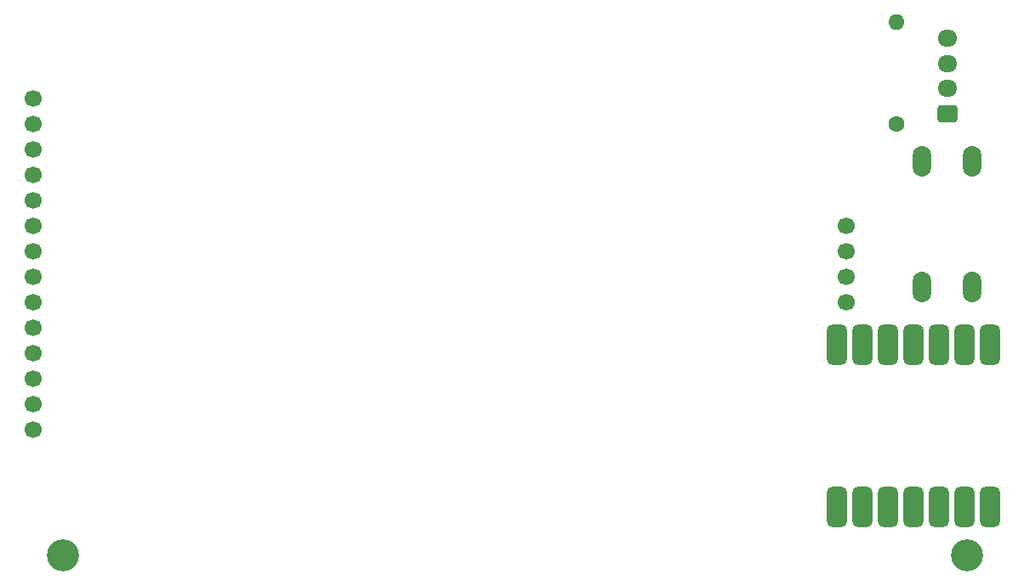
<source format=gbr>
%TF.GenerationSoftware,KiCad,Pcbnew,7.0.9*%
%TF.CreationDate,2025-01-19T18:06:07+09:00*%
%TF.ProjectId,06-UI,30362d55-492e-46b6-9963-61645f706362,rev?*%
%TF.SameCoordinates,Original*%
%TF.FileFunction,Soldermask,Bot*%
%TF.FilePolarity,Negative*%
%FSLAX46Y46*%
G04 Gerber Fmt 4.6, Leading zero omitted, Abs format (unit mm)*
G04 Created by KiCad (PCBNEW 7.0.9) date 2025-01-19 18:06:07*
%MOMM*%
%LPD*%
G01*
G04 APERTURE LIST*
G04 Aperture macros list*
%AMRoundRect*
0 Rectangle with rounded corners*
0 $1 Rounding radius*
0 $2 $3 $4 $5 $6 $7 $8 $9 X,Y pos of 4 corners*
0 Add a 4 corners polygon primitive as box body*
4,1,4,$2,$3,$4,$5,$6,$7,$8,$9,$2,$3,0*
0 Add four circle primitives for the rounded corners*
1,1,$1+$1,$2,$3*
1,1,$1+$1,$4,$5*
1,1,$1+$1,$6,$7*
1,1,$1+$1,$8,$9*
0 Add four rect primitives between the rounded corners*
20,1,$1+$1,$2,$3,$4,$5,0*
20,1,$1+$1,$4,$5,$6,$7,0*
20,1,$1+$1,$6,$7,$8,$9,0*
20,1,$1+$1,$8,$9,$2,$3,0*%
G04 Aperture macros list end*
%ADD10O,1.950000X1.700000*%
%ADD11RoundRect,0.250000X0.725000X-0.600000X0.725000X0.600000X-0.725000X0.600000X-0.725000X-0.600000X0*%
%ADD12RoundRect,0.500000X0.500000X-1.500000X0.500000X1.500000X-0.500000X1.500000X-0.500000X-1.500000X0*%
%ADD13C,1.700000*%
%ADD14O,1.850000X3.048000*%
%ADD15O,1.600000X1.600000*%
%ADD16C,1.600000*%
%ADD17C,3.200000*%
G04 APERTURE END LIST*
D10*
%TO.C,J1*%
X143000000Y-55500000D03*
X143000000Y-58000000D03*
X143000000Y-60500000D03*
D11*
X143000000Y-63000000D03*
%TD*%
D12*
%TO.C,U1*%
X147240000Y-102165000D03*
X144700000Y-102165000D03*
X142160000Y-102165000D03*
X139620000Y-102165000D03*
X137080000Y-102165000D03*
X134540000Y-102165000D03*
X132000000Y-102165000D03*
X132000000Y-86000000D03*
X134540000Y-86000000D03*
X137080000Y-86000000D03*
X139620000Y-86000000D03*
X142160000Y-86000000D03*
X144700000Y-86000000D03*
X147240000Y-86000000D03*
%TD*%
D13*
%TO.C,U2*%
X133000000Y-81810000D03*
X133000000Y-79270000D03*
X133000000Y-76730000D03*
X133000000Y-74190000D03*
X52000000Y-61490000D03*
X52000000Y-64030000D03*
X52000000Y-66570000D03*
X52000000Y-69110000D03*
X52000000Y-71650000D03*
X52000000Y-74190000D03*
X52000000Y-76730000D03*
X52000000Y-79270000D03*
X52000000Y-81810000D03*
X52000000Y-84350000D03*
X52000000Y-86890000D03*
X52000000Y-89430000D03*
X52000000Y-91970000D03*
X52000000Y-94510000D03*
%TD*%
D14*
%TO.C,SW1*%
X140500000Y-80240000D03*
X140500000Y-67740000D03*
X145500000Y-80240000D03*
X145500000Y-67740000D03*
%TD*%
D15*
%TO.C,R1*%
X138000000Y-53840000D03*
D16*
X138000000Y-64000000D03*
%TD*%
D17*
%TO.C,H2*%
X145000000Y-107000000D03*
%TD*%
%TO.C,H1*%
X55000000Y-107000000D03*
%TD*%
M02*

</source>
